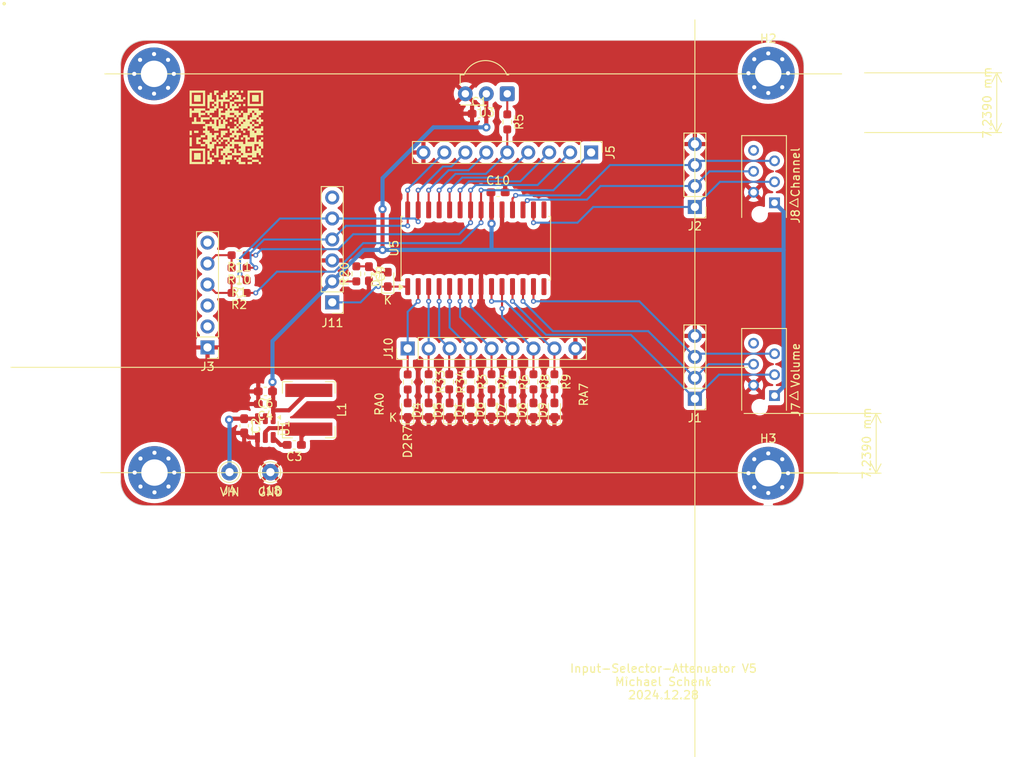
<source format=kicad_pcb>
(kicad_pcb (version 20240108) (generator "pcbnew") (generator_version "8.0")
  (layers (0 "F.Cu" mixed) (31 "B.Cu" mixed) (34 "B.Paste" user) (35 "F.Paste" user) (36 "B.SilkS" user "B.Silkscreen") (37 "F.SilkS" user "F.Silkscreen") (38 "B.Mask" user) (39 "F.Mask" user) (44 "Edge.Cuts" user))
  (net 0 "")
  (net 1 "GND")
  (net 2 "Net-(D3-A)")
  (net 3 "Net-(D3-K)")
  (net 4 "RC0{slash}CHA")
  (net 5 "RC2{slash}SW")
  (net 7 "/TXD2")
  (net 8 "Net-(J5-Pin_4)")
  (net 9 "RC5{slash}CHA")
  (net 10 "RC7{slash}SW")
  (net 12 "Net-(J10-Pin_1)")
  (net 13 "Net-(J10-Pin_3)")
  (net 15 "/RXD2")
  (net 16 "Net-(J5-Pin_3)")
  (net 17 "Net-(J5-Pin_6)")
  (net 18 "/VIN")
  (net 19 "/SWOUT")
  (net 20 "Net-(U1-BST)")
  (net 21 "+3.3V")
  (net 22 "Net-(D1-A)")
  (net 23 "ICSPDAT")
  (net 24 "ICSPCLK")
  (net 25 "Net-(D2-A)")
  (net 26 "Net-(D4-A)")
  (net 27 "Net-(D5-A)")
  (net 28 "Net-(D6-A)")
  (net 29 "Net-(D7-A)")
  (net 30 "Net-(D8-A)")
  (net 31 "Net-(D9-A)")
  (net 33 "Net-(J3-Pin_5)")
  (net 35 "Net-(J3-Pin_4)")
  (net 37 "Net-(J10-Pin_4)")
  (net 38 "Net-(J10-Pin_2)")
  (net 39 "Net-(J10-Pin_6)")
  (net 40 "Net-(J10-Pin_7)")
  (net 41 "Net-(J10-Pin_8)")
  (net 42 "Net-(J10-Pin_5)")
  (net 43 "Net-(U3-OUT)")
  (net 44 "/IRIN")
  (net 47 "RC1{slash}CHB")
  (net 48 "RC6{slash}CHB")
  (footprint "Capacitor_SMD:C_0603_1608Metric_Pad1.08x0.95mm_HandSolder" (layer "F.Cu") (at 131.826 105.1295 -90)
    (property "Reference" "C2")
    (property "Value" "10uF/25V/X5R")
  )
  (footprint "Capacitor_SMD:C_0603_1608Metric_Pad1.08x0.95mm_HandSolder" (layer "F.Cu") (at 137.8955 107.442 180)
    (property "Reference" "C3")
    (property "Value" "100nF/50V/X7R")
  )
  (footprint "MountingHole:MountingHole_3.2mm_M3_Pad_Via" (layer "F.Cu") (at 195.326 62.403056)
    (property "Reference" "H2")
    (property "Value" "MountingHole")
  )
  (footprint "MountingHole:MountingHole_3.2mm_M3_Pad_Via" (layer "F.Cu") (at 195.326 110.871)
    (property "Reference" "H3")
    (property "Value" "MountingHole")
  )
  (footprint "MountingHole:MountingHole_3.2mm_M3_Pad_Via" (layer "F.Cu") (at 120.9548 110.7948)
    (property "Reference" "H4" (hide yes))
    (property "Value" "MountingHole")
  )
  (footprint "Resistor_SMD:R_0603_1608Metric_Pad0.98x0.95mm_HandSolder" (layer "F.Cu") (at 131.2145 87.503 180)
    (property "Reference" "R1")
    (property "Value" "0R")
  )
  (footprint "Resistor_SMD:R_0603_1608Metric_Pad0.98x0.95mm_HandSolder" (layer "F.Cu") (at 131.2145 89.027 180)
    (property "Reference" "R2")
    (property "Value" "0R")
  )
  (footprint "Resistor_SMD:R_0603_1608Metric_Pad0.98x0.95mm_HandSolder" (layer "F.Cu") (at 161.798 99.7985 -90)
    (property "Reference" "R4")
    (property "Value" "330R")
  )
  (footprint "MountingHole:MountingHole_3.2mm_M3_Pad_Via" (layer "F.Cu") (at 120.904 62.484)
    (property "Reference" "H1" (hide yes))
    (property "Value" "MountingHole")
  )
  (footprint "Resistor_SMD:R_0603_1608Metric_Pad0.98x0.95mm_HandSolder" (layer "F.Cu") (at 159.258 99.7985 -90)
    (property "Reference" "R3")
    (property "Value" "330R")
  )
  (footprint "Capacitor_SMD:C_0603_1608Metric_Pad1.08x0.95mm_HandSolder" (layer "F.Cu") (at 134.3925 102.489 180)
    (property "Reference" "C4")
    (property "Value" "22uF/10V/X5R")
  )
  (footprint "Package_TO_SOT_SMD:TSOT-23-6" (layer "F.Cu") (at 134.389 105.4045 -90)
    (property "Reference" "U1")
    (property "Value" "AP63203WU-7")
  )
  (footprint "Connector_TE-Connectivity:TE_Micro-MaTch_215079-6_2x03_P1.27mm_Vertical" (layer "F.Cu") (at 196.088 101.473 180)
    (property "Reference" "J7")
    (property "Value" "TE MicroMatch")
  )
  (footprint "Connector_Pin:Pin_D1.0mm_L10.0mm" (layer "F.Cu") (at 130.048 110.744)
    (property "Reference" "J4")
    (property "Value" "Conn_01x01")
  )
  (footprint "Connector_PinHeader_2.54mm:PinHeader_1x09_P2.54mm_Vertical" (layer "F.Cu") (at 151.638 95.758 90)
    (property "Reference" "J10")
    (property "Value" "Conn_01x09_Pin")
  )
  (footprint "LED_SMD:LED_0603_1608Metric_Pad1.05x0.95mm_HandSolder" (layer "F.Cu") (at 161.775 103.19 90)
    (property "Reference" "D6")
    (property "Value" "LED")
  )
  (footprint "LED_SMD:LED_0603_1608Metric_Pad1.05x0.95mm_HandSolder" (layer "F.Cu") (at 166.878 103.237 90)
    (property "Reference" "D8")
    (property "Value" "LED")
  )
  (footprint "Resistor_SMD:R_0603_1608Metric_Pad0.98x0.95mm_HandSolder" (layer "F.Cu") (at 163.703 68.3025 -90)
    (property "Reference" "R5")
    (property "Value" "0R")
  )
  (footprint "Diode_SMD:D_0603_1608Metric_Pad1.05x0.95mm_HandSolder" (layer "F.Cu") (at 149.225 87.39 90)
    (property "Reference" "D3")
    (property "Value" "TS4148RCG")
  )
  (footprint "Connector_PinHeader_2.54mm:PinHeader_1x09_P2.54mm_Vertical" (layer "F.Cu") (at 173.863 72.009 -90)
    (property "Reference" "J5")
    (property "Value" "Conn_01x09_Pin")
  )
  (footprint "LED_SMD:LED_0603_1608Metric_Pad1.05x0.95mm_HandSolder" (layer "F.Cu") (at 156.718 103.237 90)
    (property "Reference" "D5")
    (property "Value" "LED")
  )
  (footprint "LOGO" (layer "F.Cu") (at 129.667 68.961)
    (property "Reference" "G***" (hide yes))
    (property "Value" "LOGO" (hide yes))
  )
  (footprint "Resistor_SMD:R_0603_1608Metric_Pad0.98x0.95mm_HandSolder" (layer "F.Cu") (at 166.878 99.7985 -90)
    (property "Reference" "R8")
    (property "Value" "330R")
  )
  (footprint "Inductor_SMD:L_Bourns-SRN6028" (layer "F.Cu") (at 139.657 103.187 90)
    (property "Reference" "L1")
    (property "Value" "3.9uH")
  )
  (footprint "Connector_PinHeader_2.54mm:PinHeader_1x04_P2.54mm_Vertical" (layer "F.Cu") (at 186.436 78.613 180)
    (property "Reference" "J2")
    (property "Value" "Conn_01x04_Pin")
  )
  (footprint "Capacitor_SMD:C_0603_1608Metric_Pad1.08x0.95mm_HandSolder" (layer "F.Cu") (at 162.5865 76.835)
    (property "Reference" "C10")
    (property "Value" "100nF")
  )
  (footprint "Resistor_SMD:R_0603_1608Metric_Pad0.98x0.95mm_HandSolder" (layer "F.Cu") (at 156.664 99.7985 -90)
    (property "Reference" "R34")
    (property "Value" "330R")
  )
  (footprint "Resistor_SMD:R_0603_1608Metric_Pad0.98x0.95mm_HandSolder" (layer "F.Cu") (at 131.2145 84.455 180)
    (property "Reference" "R11")
    (property "Value" "0R")
  )
  (footprint "Resistor_SMD:R_0603_1608Metric_Pad0.98x0.95mm_HandSolder" (layer "F.Cu") (at 154.174 99.7985 -90)
    (property "Reference" "R33")
    (property "Value" "330R")
  )
  (footprint "Capacitor_SMD:C_0603_1608Metric_Pad1.08x0.95mm_HandSolder" (layer "F.Cu") (at 134.3925 100.965 180)
    (property "Reference" "C6")
    (property "Value" "22uF/10V/X5R")
  )
  (footprint "LED_SMD:LED_0603_1608Metric_Pad1.05x0.95mm_HandSolder" (layer "F.Cu") (at 159.258 103.19 90)
    (property "Reference" "D1")
    (property "Value" "LED")
  )
  (footprint "LED_SMD:LED_0603_1608Metric_Pad1.05x0.95mm_HandSolder" (layer "F.Cu") (at 169.418 103.237 90)
    (property "Reference" "D9")
    (property "Value" "LED")
  )
  (footprint "Resistor_SMD:R_0603_1608Metric_Pad0.98x0.95mm_HandSolder" (layer "F.Cu") (at 169.418 99.7985 -90)
    (property "Reference" "R9")
    (property "Value" "330R")
  )
  (footprint "Resistor_SMD:R_0603_1608Metric_Pad0.98x0.95mm_HandSolder" (layer "F.Cu") (at 131.2145 85.979 180)
    (property "Reference" "R10")
    (property "Value" "0R")
  )
  (footprint "Connector_PinHeader_2.54mm:PinHeader_1x06_P2.54mm_Vertical" (layer "F.Cu") (at 127.381 95.631 180)
    (property "Reference" "J3")
    (property "Value" "TTL-232R-3V3")
  )
  (footprint "Connector_TE-Connectivity:TE_Micro-MaTch_215079-6_2x03_P1.27mm_Vertical" (layer "F.Cu") (at 196.088 78.105 180)
    (property "Reference" "J8")
    (property "Value" "TE MicroMatch")
  )
  (footprint "OptoDevice:Vishay_MOLD-3Pin" (layer "F.Cu") (at 163.703 64.897 180)
    (property "Reference" "U3")
    (property "Value" "TSOP32538")
  )
  (footprint "Connector_Pin:Pin_D1.0mm_L10.0mm" (layer "F.Cu") (at 135.001 110.744)
    (property "Reference" "J18")
    (property "Value" "Conn_01x01")
  )
  (footprint "Resistor_SMD:R_0603_1608Metric_Pad0.98x0.95mm_HandSolder" (layer "F.Cu") (at 145.415 86.7175 90)
    (property "Reference" "R20")
    (property "Value" "4.7k")
  )
  (footprint "LED_SMD:LED_0603_1608Metric_Pad1.05x0.95mm_HandSolder" (layer "F.Cu") (at 151.638 103.237 90)
    (property "Reference" "D2")
    (property "Value" "LED")
  )
  (footprint "LED_SMD:LED_0603_1608Metric_Pad1.05x0.95mm_HandSolder" (layer "F.Cu") (at 164.338 103.237 90)
    (property "Reference" "D7")
    (property "Value" "LED")
  )
  (footprint "Capacitor_SMD:C_0603_1608Metric_Pad1.08x0.95mm_HandSolder" (layer "F.Cu") (at 146.939 86.7145 -90)
    (property "Reference" "C9")
    (property "Value" "10nF")
  )
  (footprint "Resistor_SMD:R_0603_1608Metric_Pad0.98x0.95mm_HandSolder" (layer "F.Cu") (at 151.638 99.8201 -90)
    (property "Reference" "R7")
    (property "Value" "330R")
  )
  (footprint "LED_SMD:LED_0603_1608Metric_Pad1.05x0.95mm_HandSolder" (layer "F.Cu") (at 154.178 103.237 90)
    (property "Reference" "D4")
    (property "Value" "LED")
  )
  (footprint "Resistor_SMD:R_0603_1608Metric_Pad0.98x0.95mm_HandSolder" (layer "F.Cu") (at 164.311 99.8455 -90)
    (property "Reference" "R6")
    (property "Value" "330R")
  )
  (footprint "Connector_PinHeader_2.54mm:PinHeader_1x06_P2.54mm_Vertical" (layer "F.Cu") (at 142.494 90.17 180)
    (property "Reference" "J11")
    (property "Value" "Conn_01x06_Male")
  )
  (footprint "Connector_PinHeader_2.54mm:PinHeader_1x04_P2.54mm_Vertical" (layer "F.Cu") (at 186.436 101.854 180)
    (property "Reference" "J1")
    (property "Value" "Conn_01x04_Pin")
  )
  (footprint "Package_SO:SOIC-28W_7.5x17.9mm_P1.27mm" (layer "F.Cu") (at 159.893 83.615 90)
    (property "Reference" "U5")
    (property "Value" "PIC16F18056-I/SS")
  )
  (footprint "Capacitor_SMD:C_0603_1608Metric_Pad1.08x0.95mm_HandSolder" (layer "F.Cu") (at 160.3005 67.31)
    (property "Reference" "C1")
    (property "Value" "100nF/50V")
  )
  (gr_line (start 114.935 62.484) (end 204.216 62.484) (stroke (width 0.12)) (layer "F.SilkS"))
  (gr_line (start 186.436 145.2245) (end 186.436 55.9435) (stroke (width 0.12)) (layer "F.SilkS"))
  (gr_line (start 114.442171 110.808896) (end 203.723171 110.808896) (stroke (width 0.12)) (layer "F.SilkS"))
  (gr_line (start 103.5685 98.044) (end 192.8495 98.044) (stroke (width 0.12)) (layer "F.SilkS"))
  (gr_line (start 116.850329 111.797671) (end 116.850328 61.430328) (stroke (width 0.05)) (layer "Edge.Cuts"))
  (gr_line (start 196.63368 114.79768) (end 119.850329 114.797671) (stroke (width 0.05)) (layer "Edge.Cuts"))
  (gr_arc (start 199.63368 111.79768) (mid 198.755 113.919) (end 196.63368 114.79768) (stroke (width 0.1)) (layer "Edge.Cuts"))
  (gr_line (start 199.633674 61.430326) (end 199.63368 111.79768) (stroke (width 0.05)) (layer "Edge.Cuts"))
  (gr_arc (start 119.850329 114.797671) (mid 117.729 113.919) (end 116.850329 111.797671) (stroke (width 0.1)) (layer "Edge.Cuts"))
  (gr_arc (start 196.633674 58.430326) (mid 198.755 59.309) (end 199.633674 61.430326) (stroke (width 0.1)) (layer "Edge.Cuts"))
  (gr_arc (start 116.850328 61.430328) (mid 117.729 59.309) (end 119.850328 58.430328) (stroke (width 0.1)) (layer "Edge.Cuts"))
  (gr_line (start 119.850328 58.430328) (end 196.633674 58.430326) (stroke (width 0.05)) (layer "Edge.Cuts"))
  (gr_text "VIN" (at 130.0734 113.157 0) (layer "F.SilkS") (effects (font (size 1 1))))
  (gr_text "GND" (at 135.001 113.157 0) (layer "F.SilkS") (effects (font (size 1 1))))
  (gr_text "Input-Selector-Attenuator V5\nMichael Schenk\n2024.12.28" (at 182.626 136.144 0) (layer "F.SilkS") (effects (font (size 1 1))))
  (gr_text "Volume" (at 198.628 97.79 90) (layer "F.SilkS") (effects (font (size 1 1))))
  (gr_text "°" (at 102.743 54.3823 0) (layer "F.SilkS") (effects (font (size 1 1))))
  (gr_text "RA0" (at 148.209 102.489 90) (layer "F.SilkS") (effects (font (size 1 1))))
  (gr_text "RA7" (at 172.974 101.346 90) (layer "F.SilkS") (effects (font (size 1 1))))
  (gr_text "Channel" (at 198.628 74.422 90) (layer "F.SilkS") (effects (font (size 1 1))))
  (gr_text "K" (at 149.86 104.14 0) (layer "F.SilkS") (effects (font (size 1 1))))
  (gr_text "K" (at 149.225 89.916 0) (layer "F.SilkS") (effects (font (size 1 1))))
  (dimension (type aligned) (layer "F.SilkS") (pts (xy 191.897 103.632) (xy 191.897 110.871)) (height -16.51) (gr_text "7.2390 mm" (at 207.257 107.2515 90) (layer "F.SilkS") (effects (font (size 1 1) (thickness 0.15)))) (format (prefix "") (suffix "") (units 3) (units_format 1) (precision 4)) (style (thickness 0.12) (arrow_length 1.27) (text_position_mode 0) (extension_height 0.58642) (extension_offset 0.5) keep_text_aligned))
  (dimension (type aligned) (layer "F.SilkS") (pts (xy 206.502 62.357) (xy 206.502 69.596)) (height -16.51) (gr_text "7.2390 mm" (at 221.862 65.9765 90) (layer "F.SilkS") (effects (font (size 1 1) (thickness 0.15)))) (format (prefix "") (suffix "") (units 3) (units_format 1) (precision 4)) (style (thickness 0.12) (arrow_length 1.27) (text_position_mode 0) (extension_height 0.58642) (extension_offset 0.5) keep_text_aligned))
  (segment (start 132.376 106.542) (end 131.826 105.992) (width 0.5) (layer "F.Cu") (net 1))
  (segment (start 133.439 106.542) (end 132.376 106.542) (width 0.5) (layer "F.Cu") (net 1))
  (segment (start 146.939 88.9) (end 146.177 89.662) (width 0.5) (layer "F.Cu") (net 1))
  (segment (start 163.449 76.835) (end 163.449 74.803) (width 0.5) (layer "F.Cu") (net 1))
  (segment (start 163.068 78.965) (end 163.068 80.645) (width 0.5) (layer "F.Cu") (net 1))
  (segment (start 163.068 80.645) (end 163.576 81.153) (width 0.5) (layer "F.Cu") (net 1))
  (segment (start 133.439 108.039) (end 133.477 108.077) (width 0.5) (layer "F.Cu") (net 1))
  (segment (start 146.939 87.577) (end 146.939 88.9) (width 0.5) (layer "F.Cu") (net 1))
  (segment (start 133.439 106.542) (end 133.439 108.039) (width 0.5) (layer "F.Cu") (net 1))
  (segment (start 186.817 94.107) (end 186.436 94.488) (width 0.25) (layer "B.Cu") (net 1))
  (segment (start 186.776 70.78) (end 186.436 71.12) (width 0.25) (layer "B.Cu") (net 1))
  (segment (start 146.939 85.852) (end 147.066 85.852) (width 0.25) (layer "F.Cu") (net 2))
  (segment (start 145.415 85.805) (end 146.892 85.805) (width 0.25) (layer "F.Cu") (net 2))
  (segment (start 147.066 85.852) (end 147.729 86.515) (width 0.25) (layer "F.Cu") (net 2))
  (segment (start 147.729 86.515) (end 149.225 86.515) (width 0.25) (layer "F.Cu") (net 2))
  (segment (start 146.892 85.805) (end 146.939 85.852) (width 0.25) (layer "F.Cu") (net 2))
  (segment (start 151.638 88.265) (end 149.225 88.265) (width 0.25) (layer "F.Cu") (net 3))
  (segment (start 149.225 88.265) (end 148.082 88.265) (width 0.25) (layer "F.Cu") (net 3))
  (via (at 148.082 88.265) (size 0.6) (drill 0.3) (layers "F.Cu" "B.Cu") (net 3))
  (segment (start 148.082 88.265) (end 147.828 88.265) (width 0.25) (layer "B.Cu") (net 3))
  (segment (start 145.923 90.17) (end 142.494 90.17) (width 0.25) (layer "B.Cu") (net 3))
  (segment (start 147.828 88.265) (end 145.923 90.17) (width 0.25) (layer "B.Cu") (net 3))
  (segment (start 164.338 88.265) (end 164.338 90.043) (width 0.25) (layer "F.Cu") (net 4))
  (via (at 164.338 90.043) (size 0.6) (drill 0.3) (layers "F.Cu" "B.Cu") (net 4))
  (segment (start 178.689 94.107) (end 186.436 101.854) (width 0.25) (layer "B.Cu") (net 4))
  (segment (start 189.357 98.933) (end 186.436 101.854) (width 0.25) (layer "B.Cu") (net 4))
  (segment (start 196.088 98.933) (end 189.357 98.933) (width 0.25) (layer "B.Cu") (net 4))
  (segment (start 164.338 90.043) (end 168.402 94.107) (width 0.25) (layer "B.Cu") (net 4))
  (segment (start 168.402 94.107) (end 178.689 94.107) (width 0.25) (layer "B.Cu") (net 4))
  (segment (start 166.878 88.265) (end 166.878 90.043) (width 0.25) (layer "F.Cu") (net 5))
  (via (at 166.878 90.043) (size 0.6) (drill 0.3) (layers "F.Cu" "B.Cu") (net 5))
  (segment (start 196.088 96.393) (end 186.817 96.393) (width 0.25) (layer "B.Cu") (net 5))
  (segment (start 166.878 90.043) (end 179.705 90.043) (width 0.25) (layer "B.Cu") (net 5))
  (segment (start 186.817 96.393) (end 186.436 96.774) (width 0.25) (layer "B.Cu") (net 5))
  (segment (start 179.705 90.043) (end 186.436 96.774) (width 0.25) (layer "B.Cu") (net 5))
  (segment (start 133.223 84.455) (end 132.127 84.455) (width 0.25) (layer "F.Cu") (net 7))
  (segment (start 159.258 78.965) (end 159.258 80.518) (width 0.25) (layer "F.Cu") (net 7))
  (segment (start 159.258 78.965) (end 159.258 76.581) (width 0.25) (layer "F.Cu") (net 7))
  (via (at 159.258 76.581) (size 0.6) (drill 0.3) (layers "F.Cu" "B.Cu") (net 7))
  (via (at 159.258 80.518) (size 0.6) (drill 0.3) (layers "F.Cu" "B.Cu") (net 7))
  (via (at 133.223 84.455) (size 0.6) (drill 0.3) (layers "F.Cu" "B.Cu") (net 7))
  (segment (start 145.034 81.915) (end 143.224 83.725) (width 0.25) (layer "B.Cu") (net 7))
  (segment (start 159.258 76.581) (end 159.883 75.956) (width 0.25) (layer "B.Cu") (net 7))
  (segment (start 159.258 80.518) (end 157.861 81.915) (width 0.25) (layer "B.Cu") (net 7))
  (segment (start 157.861 81.915) (end 145.034 81.915) (width 0.25) (layer "B.Cu") (net 7))
  (segment (start 133.953 83.725) (end 133.223 84.455) (width 0.25) (layer "B.Cu") (net 7))
  (segment (start 167.376 75.956) (end 171.323 72.009) (width 0.25) (layer "B.Cu") (net 7))
  (segment (start 143.224 83.725) (end 133.953 83.725) (width 0.25) (layer "B.Cu") (net 7))
  (segment (start 159.883 75.956) (end 167.376 75.956) (width 0.25) (layer "B.Cu") (net 7))
  (segment (start 156.718 78.965) (end 156.718 76.581) (width 0.25) (layer "F.Cu") (net 8))
  (via (at 156.718 76.581) (size 0.6) (drill 0.3) (layers "F.Cu" "B.Cu") (net 8))
  (segment (start 166.243 72.009) (end 163.196 75.056) (width 0.25) (layer "B.Cu") (net 8))
  (segment (start 163.196 75.056) (end 158.243 75.056) (width 0.25) (layer "B.Cu") (net 8))
  (segment (start 158.243 75.056) (end 156.718 76.581) (width 0.25) (layer "B.Cu") (net 8))
  (segment (start 166.878 78.965) (end 166.878 80.518) (width 0.25) (layer "F.Cu") (net 9))
  (via (at 166.878 80.518) (size 0.6) (drill 0.3) (layers "F.Cu" "B.Cu") (net 9))
  (segment (start 172.212 80.518) (end 174.117 78.613) (width 0.25) (layer "B.Cu") (net 9))
  (segment (start 196.088 75.565) (end 189.484 75.565) (width 0.25) (layer "B.Cu") (net 9))
  (segment (start 166.878 80.518) (end 172.212 80.518) (width 0.25) (layer "B.Cu") (net 9))
  (segment (start 189.484 75.565) (end 186.436 78.613) (width 0.25) (layer "B.Cu") (net 9))
  (segment (start 174.117 78.613) (end 186.436 78.613) (width 0.25) (layer "B.Cu") (net 9))
  (segment (start 164.338 78.965) (end 164.338 77.587) (width 0.25) (layer "F.Cu") (net 10))
  (segment (start 164.338 77.587) (end 164.719 77.206) (width 0.25) (layer "F.Cu") (net 10))
  (via (at 164.719 77.206) (size 0.6) (drill 0.3) (layers "F.Cu" "B.Cu") (net 10))
  (segment (start 176.149 73.533) (end 186.436 73.533) (width 0.25) (layer "B.Cu") (net 10))
  (segment (start 172.476 77.206) (end 176.149 73.533) (width 0.25) (layer "B.Cu") (net 10))
  (segment (start 186.944 73.025) (end 186.436 73.533) (width 0.25) (layer "B.Cu") (net 10))
  (segment (start 196.088 73.025) (end 186.944 73.025) (width 0.25) (layer "B.Cu") (net 10))
  (segment (start 164.719 77.206) (end 172.476 77.206) (width 0.25) (layer "B.Cu") (net 10))
  (segment (start 151.638 98.9076) (end 151.638 95.758) (width 0.25) (layer "F.Cu") (net 12))
  (segment (start 152.908 88.265) (end 152.908 90.043) (width 0.25) (layer "F.Cu") (net 12))
  (via (at 152.908 90.043) (size 0.6) (drill 0.3) (layers "F.Cu" "B.Cu") (net 12))
  (segment (start 152.908 90.043) (end 151.638 91.313) (width 0.25) (layer "B.Cu") (net 12))
  (segment (start 151.638 91.313) (end 151.638 95.758) (width 0.25) (layer "B.Cu") (net 12))
  (segment (start 156.664 98.886) (end 156.664 95.812) (width 0.25) (layer "F.Cu") (net 13))
  (segment (start 155.448 88.265) (end 155.448 90.043) (width 0.25) (layer "F.Cu") (net 13))
  (segment (start 156.664 95.812) (end 156.718 95.758) (width 0.25) (layer "F.Cu") (net 13))
  (via (at 155.448 90.043) (size 0.6) (drill 0.3) (layers "F.Cu" "B.Cu") (net 13))
  (segment (start 155.448 90.043) (end 155.448 94.488) (width 0.25) (layer "B.Cu") (net 13))
  (segment (start 155.448 94.488) (end 156.718 95.758) (width 0.25) (layer "B.Cu") (net 13))
  (segment (start 160.528 78.965) (end 160.528 80.518) (width 0.25) (layer "F.Cu") (net 15))
  (segment (start 133.223 89.027) (end 132.127 89.027) (width 0.25) (layer "F.Cu") (net 15))
  (segment (start 160.528 78.965) (end 160.528 76.581) (width 0.25) (layer "F.Cu") (net 15))
  (via (at 160.528 76.581) (size 0.6) (drill 0.3) (layers "F.Cu" "B.Cu") (net 15))
  (via (at 160.528 80.518) (size 0.6) (drill 0.3) (layers "F.Cu" "B.Cu") (net 15))
  (via (at 133.223 89.027) (size 0.6) (drill 0.3) (layers "F.Cu" "B.Cu") (net 15))
  (segment (start 169.291 76.581) (end 173.863 72.009) (width 0.25) (layer "B.Cu") (net 15))
  (segment (start 142.790701 86.455) (end 135.795 86.455) (width 0.25) (layer "B.Cu") (net 15))
  (segment (start 135.795 86.455) (end 133.223 89.027) (width 0.25) (layer "B.Cu") (net 15))
  (segment (start 160.528 76.581) (end 169.291 76.581) (width 0.25) (layer "B.Cu") (net 15))
  (segment (start 160.528 80.518) (end 158.051 82.995) (width 0.25) (layer "B.Cu") (net 15))
  (segment (start 146.250701 82.995) (end 142.790701 86.455) (width 0.25) (layer "B.Cu") (net 15))
  (segment (start 158.051 82.995) (end 146.250701 82.995) (width 0.25) (layer "B.Cu") (net 15))
  (segment (start 157.988 78.965) (end 157.988 76.581) (width 0.25) (layer "F.Cu") (net 16))
  (via (at 157.988 76.581) (size 0.6) (drill 0.3) (layers "F.Cu" "B.Cu") (net 16))
  (segment (start 165.286 75.506) (end 159.063 75.506) (width 0.25) (layer "B.Cu") (net 16))
  (segment (start 159.063 75.506) (end 157.988 76.581) (width 0.25) (layer "B.Cu") (net 16))
  (segment (start 168.783 72.009) (end 165.286 75.506) (width 0.25) (layer "B.Cu") (net 16))
  (segment (start 154.178 78.965) (end 154.178 76.581) (width 0.25) (layer "F.Cu") (net 17))
  (via (at 154.178 76.581) (size 0.6) (drill 0.3) (layers "F.Cu" "B.Cu") (net 17))
  (segment (start 159.016 74.156) (end 161.163 72.009) (width 0.25) (layer "B.Cu") (net 17))
  (segment (start 156.603 74.156) (end 159.016 74.156) (width 0.25) (layer "B.Cu") (net 17))
  (segment (start 154.178 76.581) (end 156.603 74.156) (width 0.25) (layer "B.Cu") (net 17))
  (segment (start 134.389 104.267) (end 130.132 104.267) (width 0.5) (layer "F.Cu") (net 18))
  (segment (start 130.132 104.267) (end 130.005 104.394) (width 0.5) (layer "F.Cu") (net 18))
  (segment (start 134.305 104.351) (end 134.389 104.267) (width 0.5) (layer "F.Cu") (net 18))
  (via (at 130.005 104.394) (size 1) (drill 0.5) (layers "F.Cu" "B.Cu") (net 18))
  (segment (start 130.048 110.744) (end 130.048 104.437) (width 0.5) (layer "B.Cu") (net 18))
  (segment (start 130.048 104.437) (end 130.005 104.394) (width 0.5) (layer "B.Cu") (net 18))
  (segment (start 134.389 106.542) (end 134.389 105.879501) (width 0.5) (layer "F.Cu") (net 19))
  (segment (start 139.53 105.41) (end 139.657 105.537) (width 0.5) (layer "F.Cu") (net 19))
  (segment (start 138.758 107.442) (end 138.758 106.436) (width 0.5) (layer "F.Cu") (net 19))
  (segment (start 134.858501 105.41) (end 139.53 105.41) (width 0.5) (layer "F.Cu") (net 19))
  (segment (start 134.389 105.879501) (end 134.858501 105.41) (width 0.5) (layer "F.Cu") (net 19))
  (segment (start 138.758 106.436) (end 139.657 105.537) (width 0.5) (layer "F.Cu") (net 19))
  (segment (start 136.239 107.442) (end 135.339 106.542) (width 0.5) (layer "F.Cu") (net 20))
  (segment (start 137.033 107.442) (end 136.239 107.442) (width 0.5) (layer "F.Cu") (net 20))
  (segment (start 161.163 68.961) (end 161.163 67.31) (width 0.5) (layer "F.Cu") (net 21))
  (segment (start 137.243 103.251) (end 139.657 100.837) (width 0.5) (layer "F.Cu") (net 21))
  (segment (start 135.339 103.251) (end 135.339 101.049) (width 0.5) (layer "F.Cu") (net 21))
  (segment (start 135.339 101.049) (end 135.255 100.965) (width 0.5) (layer "F.Cu") (net 21))
  (segment (start 145.415 87.63) (end 142.494 87.63) (width 0.25) (layer "F.Cu") (net 21))
  (segment (start 148.59 83.82) (end 148.59 78.867) (width 0.5) (layer "F.Cu") (net 21))
  (segment (start 161.798 76.909) (end 161.724 76.835) (width 0.5) (layer "F.Cu") (net 21))
  (segment (start 161.798 80.645) (end 161.798 78.965) (width 0.5) (layer "F.Cu") (net 21))
  (segment (start 135.339 104.267) (end 135.339 103.251) (width 0.5) (layer "F.Cu") (net 21))
  (segment (start 161.163 67.31) (end 161.163 64.897) (width 0.5) (layer "F.Cu") (net 21))
  (segment (start 161.798 78.965) (end 161.798 76.909) (width 0.5) (layer "F.Cu") (net 21))
  (segment (start 135.339 103.251) (end 137.243 103.251) (width 0.5) (layer "F.Cu") (net 21))
  (segment (start 135.255 100.965) (end 135.255 99.822) (width 0.5) (layer "F.Cu") (net 21))
  (via (at 135.255 99.822) (size 1) (drill 0.5) (layers "F.Cu" "B.Cu") (net 21))
  (via (at 161.798 80.645) (size 1) (drill 0.5) (layers "F.Cu" "B.Cu") (net 21))
  (via (at 148.59 83.82) (size 1) (drill 0.5) (layers "F.Cu" "B.Cu") (net 21))
  (via (at 161.163 68.961) (size 1) (drill 0.5) (layers "F.Cu" "B.Cu") (net 21))
  (via (at 148.59 78.867) (size 1) (drill 0.5) (layers "F.Cu" "B.Cu") (net 21))
  (segment (start 197.188 79.205) (end 196.088 78.105) (width 0.5) (layer "B.Cu") (net 21))
  (segment (start 154.752522 68.961) (end 161.163 68.961) (width 0.5) (layer "B.Cu") (net 21))
  (segment (start 148.59 83.82) (end 161.798 83.82) (width 0.5) (layer "B.Cu") (net 21))
  (segment (start 196.088 101.473) (end 197.188 100.373) (width 0.5) (layer "B.Cu") (net 21))
  (segment (start 197.188 100.373) (end 197.188 83.82) (width 0.5) (layer "B.Cu") (net 21))
  (segment (start 148.59 75.123522) (end 154.752522 68.961) (width 0.5) (layer "B.Cu") (net 21))
  (segment (start 146.304 83.82) (end 142.494 87.63) (width 0.5) (layer "B.Cu") (net 21))
  (segment (start 135.255 99.822) (end 135.255 94.869) (width 0.5) (layer "B.Cu") (net 21))
  (segment (start 148.59 83.82) (end 146.304 83.82) (width 0.5) (layer "B.Cu") (net 21))
  (segment (start 197.188 83.82) (end 197.188 79.205) (width 0.5) (layer "B.Cu") (net 21))
  (segment (start 161.798 83.82) (end 197.188 83.82) (width 0.5) (layer "B.Cu") (net 21))
  (segment (start 161.798 80.645) (end 161.798 83.82) (width 0.5) (layer "B.Cu") (net 21))
  (segment (start 148.59 78.867) (end 148.59 75.123522) (width 0.5) (layer "B.Cu") (net 21))
  (segment (start 135.255 94.869) (end 142.494 87.63) (width 0.5) (layer "B.Cu") (net 21))
  (segment (start 159.258 102.315) (end 159.258 100.711) (width 0.25) (layer "F.Cu") (net 22))
  (segment (start 151.638 78.965) (end 151.638 76.581) (width 0.25) (layer "F.Cu") (net 23))
  (segment (start 151.638 78.965) (end 151.638 80.899) (width 0.25) (layer "F.Cu") (net 23))
  (segment (start 133.223 85.979) (end 132.127 85.979) (width 0.25) (layer "F.Cu") (net 23))
  (via (at 133.223 85.979) (size 0.6) (drill 0.3) (layers "F.Cu" "B.Cu") (net 23))
  (via (at 151.638 76.581) (size 0.6) (drill 0.3) (layers "F.Cu" "B.Cu") (net 23))
  (via (at 151.638 80.899) (size 0.6) (drill 0.3) (layers "F.Cu" "B.Cu") (net 23))
  (segment (start 151.638 80.899) (end 144.145 80.899) (width 0.25) (layer "B.Cu") (net 23))
  (segment (start 132.598 84.196116) (end 132.598 85.354) (width 0.25) (layer "B.Cu") (net 23))
  (segment (start 151.638 76.454) (end 156.083 72.009) (width 0.25) (layer "B.Cu") (net 23))
  (segment (start 134.244116 82.55) (end 132.598 84.196116) (width 0.25) (layer "B.Cu") (net 23))
  (segment (start 142.494 82.55) (end 134.244116 82.55) (width 0.25) (layer "B.Cu") (net 23))
  (segment (start 144.145 80.899) (end 142.494 82.55) (width 0.25) (layer "B.Cu") (net 23))
  (segment (start 132.598 85.354) (end 133.223 85.979) (width 0.25) (layer "B.Cu") (net 23))
  (segment (start 151.638 76.581) (end 151.638 76.454) (width 0.25) (layer "B.Cu") (net 23))
  (segment (start 132.08 87.503) (end 131.318 86.741) (width 0.25) (layer "F.Cu") (net 24))
  (segment (start 152.908 78.965) (end 152.908 80.391) (width 0.25) (layer "F.Cu") (net 24))
  (segment (start 152.908 78.965) (end 152.908 76.581) (width 0.25) (layer "F.Cu") (net 24))
  (segment (start 132.127 87.503) (end 132.08 87.503) (width 0.25) (layer "F.Cu") (net 24))
  (via (at 131.318 86.741) (size 0.6) (drill 0.3) (layers "F.Cu" "B.Cu") (net 24))
  (via (at 152.908 80.391) (size 0.6) (drill 0.3) (layers "F.Cu" "B.Cu") (net 24))
  (via (at 152.908 76.581) (size 0.6) (drill 0.3) (layers "F.Cu" "B.Cu") (net 24))
  (segment (start 155.91 73.706) (end 156.926 73.706) (width 0.25) (layer "B.Cu") (net 24))
  (segment (start 152.908 76.581) (end 153.035 76.581) (width 0.25) (layer "B.Cu") (net 24))
  (segment (start 136.14772 80.01) (end 142.494 80.01) (width 0.25) (layer "B.Cu") (net 24))
  (segment (start 153.035 76.581) (end 155.91 73.706) (width 0.25) (layer "B.Cu") (net 24))
  (segment (start 152.908 80.391) (end 152.527 80.01) (width 0.25) (layer "B.Cu") (net 24))
  (segment (start 156.926 73.706) (end 158.623 72.009) (width 0.25) (layer "B.Cu") (net 24))
  (segment (start 131.318 86.741) (end 131.318 84.83972) (width 0.25) (layer "B.Cu") (net 24))
  (segment (start 152.527 80.01) (end 142.494 80.01) (width 0.25) (layer "B.Cu") (net 24))
  (segment (start 131.318 84.83972) (end 136.14772 80.01) (width 0.25) (layer "B.Cu") (net 24))
  (segment (start 151.638 102.362) (end 151.638 100.7326) (width 0.25) (layer "F.Cu") (net 25))
  (segment (start 154.178 102.362) (end 154.178 100.715) (width 0.25) (layer "F.Cu") (net 26))
  (segment (start 154.178 100.715) (end 154.174 100.711) (width 0.25) (layer "F.Cu") (net 26))
  (segment (start 156.718 102.362) (end 156.718 100.765) (width 0.25) (layer "F.Cu") (net 27))
  (segment (start 156.718 100.765) (end 156.664 100.711) (width 0.25) (layer "F.Cu") (net 27))
  (segment (start 161.775 102.315) (end 161.775 100.734) (width 0.25) (layer "F.Cu") (net 28))
  (segment (start 161.775 100.734) (end 161.798 100.711) (width 0.25) (layer "F.Cu") (net 28))
  (segment (start 164.338 102.362) (end 164.338 100.785) (width 0.25) (layer "F.Cu") (net 29))
  (segment (start 164.338 100.785) (end 164.311 100.758) (width 0.25) (layer "F.Cu") (net 29))
  (segment (start 166.878 102.362) (end 166.878 100.711) (width 0.25) (layer "F.Cu") (net 30))
  (segment (start 169.418 102.362) (end 169.418 100.711) (width 0.25) (layer "F.Cu") (net 31))
  (segment (start 130.302 84.455) (end 128.397 84.455) (width 0.25) (layer "F.Cu") (net 33))
  (segment (start 128.397 84.455) (end 127.381 85.471) (width 0.25) (layer "F.Cu") (net 33))
  (segment (start 130.302 84.455) (end 130.302 85.979) (width 0.25) (layer "F.Cu") (net 33))
  (segment (start 130.302 89.027) (end 128.397 89.027) (width 0.25) (layer "F.Cu") (net 35))
  (segment (start 128.397 89.027) (end 127.381 88.011) (width 0.25) (layer "F.Cu") (net 35))
  (segment (start 130.302 89.027) (end 130.302 87.503) (width 0.25) (layer "F.Cu") (net 35))
  (segment (start 156.718 88.265) (end 156.718 90.043) (width 0.25) (layer "F.Cu") (net 37))
  (segment (start 159.258 98.886) (end 159.258 95.758) (width 0.25) (layer "F.Cu") (net 37))
  (via (at 156.718 90.043) (size 0.6) (drill 0.3) (layers "F.Cu" "B.Cu") (net 37))
  (segment (start 156.718 90.043) (end 156.718 93.218) (width 0.25) (layer "B.Cu") (net 37))
  (segment (start 156.718 93.218) (end 159.258 95.758) (width 0.25) (layer "B.Cu") (net 37))
  (segment (start 154.174 98.886) (end 154.174 95.762) (width 0.25) (layer "F.Cu") (net 38))
  (segment (start 154.178 88.265) (end 154.178 90.043) (width 0.25) (layer "F.Cu") (net 38))
  (segment (start 154.174 95.762) (end 154.178 95.758) (width 0.25) (layer "F.Cu") (net 38))
  (via (at 154.178 90.043) (size 0.6) (drill 0.3) (layers "F.Cu" "B.Cu") (net 38))
  (segment (start 154.178 90.043) (end 154.178 95.758) (width 0.25) (layer "B.Cu") (net 38))
  (segment (start 164.311 98.933) (end 164.311 95.785) (width 0.25) (layer "F.Cu") (net 39))
  (segment (start 164.311 95.785) (end 164.338 95.758) (width 0.25) (layer "F.Cu") (net 39))
  (segment (start 159.258 88.265) (end 159.258 90.043) (width 0.25) (layer "F.Cu") (net 39))
  (via (at 159.258 90.043) (size 0.6) (drill 0.3) (layers "F.Cu" "B.Cu") (net 39))
  (segment (start 159.258 90.678) (end 164.338 95.758) (width 0.25) (layer "B.Cu") (net 39))
  (segment (start 159.258 90.043) (end 159.258 90.678) (width 0.25) (layer "B.Cu") (net 39))
  (segment (start 163.068 88.265) (end 163.068 90.932) (width 0.25) (layer "F.Cu") (net 40))
  (segment (start 166.878 98.886) (end 166.878 95.758) (width 0.25) (layer "F.Cu") (net 40))
  (via (at 163.068 90.932) (size 0.6) (drill 0.3) (layers "F.Cu" "B.Cu") (net 40))
  (segment (start 166.878 95.758) (end 163.068 91.948) (width 0.25) (layer "B.Cu") (net 40))
  (segment (start 163.068 91.948) (end 163.068 90.932) (width 0.25) (layer "B.Cu") (net 40))
  (segment (start 161.798 88.265) (end 161.798 90.043) (width 0.25) (layer "F.Cu") (net 41))
  (segment (start 169.418 98.886) (end 169.418 95.758) (width 0.25) (layer "F.Cu") (net 41))
  (via (at 161.798 90.043) (size 0.6) (drill 0.3) (layers "F.Cu" "B.Cu") (net 41))
  (segment (start 163.454116 90.043) (end 169.169116 95.758) (width 0.25) (layer "B.Cu") (net 41))
  (segment (start 169.169116 95.758) (end 169.418 95.758) (width 0.25) (layer "B.Cu") (net 41))
  (segment (start 161.798 90.043) (end 163.454116 90.043) (width 0.25) (layer "B.Cu") (net 41))
  (segment (start 157.988 88.265) (end 157.988 90.043) (width 0.25) (layer "F.Cu") (net 42))
  (segment (start 161.798 98.886) (end 161.798 95.758) (width 0.25) (layer "F.Cu") (net 42))
  (via (at 157.988 90.043) (size 0.6) (drill 0.3) (layers "F.Cu" "B.Cu") (net 42))
  (segment (start 157.988 90.043) (end 157.988 91.948) (width 0.25) (layer "B.Cu") (net 42))
  (segment (start 157.988 91.948) (end 161.798 95.758) (width 0.25) (layer "B.Cu") (net 42))
  (segment (start 163.703 64.897) (end 163.703 67.39) (width 0.25) (layer "F.Cu") (net 43))
  (segment (start 163.703 69.215) (end 163.703 72.009) (width 0.25) (layer "F.Cu") (net 44))
  (segment (start 155.448 78.965) (end 155.448 76.581) (width 0.25) (layer "F.Cu") (net 44))
  (via (at 155.448 76.581) (size 0.6) (drill 0.3) (layers "F.Cu" "B.Cu") (net 44))
  (segment (start 157.423 74.606) (end 161.106 74.606) (width 0.25) (layer "B.Cu") (net 44))
  (segment (start 155.448 76.581) (end 157.423 74.606) (width 0.25) (layer "B.Cu") (net 44))
  (segment (start 161.106 74.606) (end 163.703 72.009) (width 0.25) (layer "B.Cu") (net 44))
  (segment (start 165.608 88.265) (end 165.608 90.043) (width 0.25) (layer "F.Cu") (net 47))
  (via (at 165.608 90.043) (size 0.6) (drill 0.3) (layers "F.Cu" "B.Cu") (net 47))
  (segment (start 193.548 97.663) (end 188.087 97.663) (width 0.25) (layer "B.Cu") (net 47))
  (segment (start 180.779 93.657) (end 186.436 99.314) (width 0.25) (layer "B.Cu") (net 47))
  (segment (start 165.608 90.043) (end 169.222 93.657) (width 0.25) (layer "B.Cu") (net 47))
  (segment (start 169.222 93.657) (end 180.779 93.657) (width 0.25) (layer "B.Cu") (net 47))
  (segment (start 188.087 97.663) (end 186.436 99.314) (width 0.25) (layer "B.Cu") (net 47))
  (segment (start 165.608 78.965) (end 165.608 78.351652) (width 0.25) (layer "F.Cu") (net 48))
  (segment (start 165.608 78.351652) (end 166.128652 77.831) (width 0.25) (layer "F.Cu") (net 48))
  (via (at 166.128652 77.831) (size 0.6) (drill 0.3) (layers "F.Cu" "B.Cu") (net 48))
  (segment (start 193.548 74.295) (end 188.214 74.295) (width 0.25) (layer "B.Cu") (net 48))
  (segment (start 173.355 77.724) (end 175.006 76.073) (width 0.25) (layer "B.Cu") (net 48))
  (segment (start 188.214 74.295) (end 186.436 76.073) (width 0.25) (layer "B.Cu") (net 48))
  (segment (start 166.235652 77.724) (end 173.355 77.724) (width 0.25) (layer "B.Cu") (net 48))
  (segment (start 175.006 76.073) (end 186.436 76.073) (width 0.25) (layer "B.Cu") (net 48))
  (segment (start 166.128652 77.831) (end 166.235652 77.724) (width 0.25) (layer "B.Cu") (net 48))
  (segment (start 186.817 75.819) (end 186.436 76.2) (width 0.25) (layer "B.Cu") (net 48))
  (zone (net 1) (net_name "GND") (layer "F.Cu") (connect_pads (clearance 0.508)) (min_thickness 0.254) (fill yes (thermal_gap 0.508) (thermal_bridge_width 0.508))
    (polygon (pts (xy 199.644 114.808) (xy 116.84 114.808) (xy 116.84 58.42) (xy 199.644 58.42)))
  )
)
</source>
